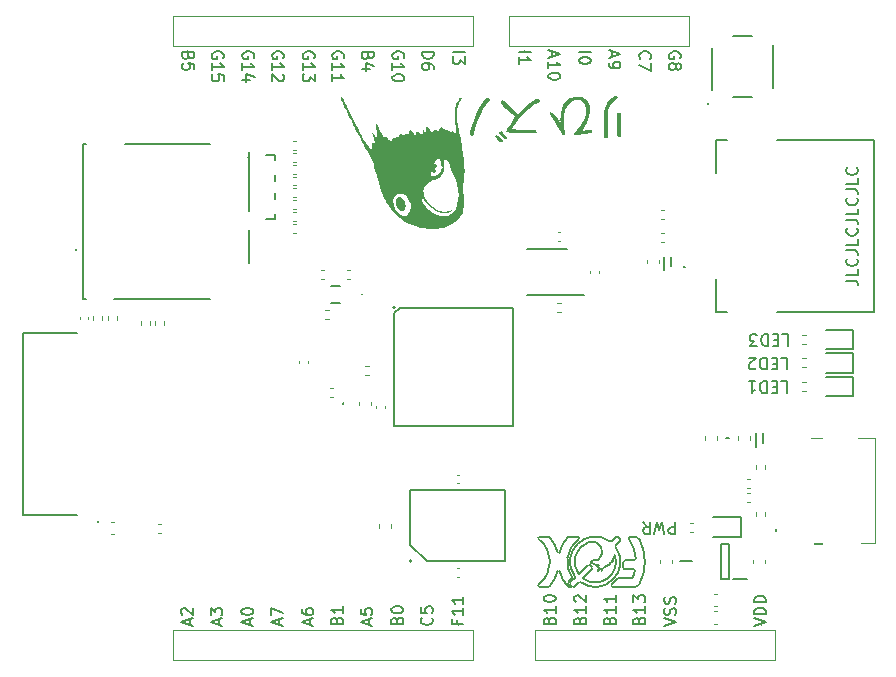
<source format=gbr>
%TF.GenerationSoftware,KiCad,Pcbnew,(6.0.10)*%
%TF.CreationDate,2023-06-21T21:11:03+02:00*%
%TF.ProjectId,FOX-PDA-v1,464f582d-5044-4412-9d76-312e6b696361,rev?*%
%TF.SameCoordinates,Original*%
%TF.FileFunction,Legend,Top*%
%TF.FilePolarity,Positive*%
%FSLAX46Y46*%
G04 Gerber Fmt 4.6, Leading zero omitted, Abs format (unit mm)*
G04 Created by KiCad (PCBNEW (6.0.10)) date 2023-06-21 21:11:03*
%MOMM*%
%LPD*%
G01*
G04 APERTURE LIST*
%ADD10C,0.150000*%
%ADD11C,0.200000*%
%ADD12C,0.300000*%
%ADD13C,0.120000*%
%ADD14C,0.100000*%
G04 APERTURE END LIST*
D10*
X159682132Y-114511162D02*
G75*
G03*
X159775314Y-114552818I93168J83362D01*
G01*
X159812070Y-114096724D02*
G75*
G03*
X159812108Y-114450315I176730J-176776D01*
G01*
X163768714Y-110316933D02*
X163403343Y-110682304D01*
X160254050Y-114538703D02*
X160619421Y-114173332D01*
X163242501Y-110695846D02*
G75*
G03*
X163403343Y-110682304I72399J102046D01*
G01*
X165210400Y-113724782D02*
G75*
G03*
X165374459Y-113205997I-3198700J1296882D01*
G01*
X165453582Y-112168423D02*
G75*
G03*
X164873293Y-110497710I-3442282J-259477D01*
G01*
X165414752Y-110302818D02*
X164976927Y-110302818D01*
X163468806Y-112405875D02*
G75*
G03*
X163525404Y-112313874I-994106J674975D01*
G01*
X159900497Y-114361927D02*
X160077273Y-114538703D01*
X160963414Y-113829340D02*
X161727205Y-113065548D01*
X162728029Y-112906013D02*
G75*
G03*
X162997052Y-112813316I-254529J1175413D01*
G01*
X160586369Y-110527801D02*
G75*
G03*
X160511382Y-110302818I-74969J100001D01*
G01*
X159812108Y-114096762D02*
X160087905Y-113820965D01*
X162936093Y-112759003D02*
G75*
G03*
X162997052Y-112813316I91207J41003D01*
G01*
X158140628Y-114511159D02*
G75*
G03*
X158838726Y-113202940I-2329328J2083359D01*
G01*
X160780259Y-114159796D02*
G75*
G03*
X163743401Y-111196666I1231141J1731996D01*
G01*
X159900459Y-114185111D02*
G75*
G03*
X159900497Y-114361927I88341J-88389D01*
G01*
X161727246Y-113065589D02*
G75*
G03*
X161727205Y-112888771I-88346J88389D01*
G01*
X162221605Y-112284807D02*
G75*
G03*
X162321244Y-112240636I-17705J174407D01*
G01*
X162285106Y-112795152D02*
X162145517Y-112680085D01*
X159775314Y-110302823D02*
G75*
G03*
X159682145Y-110344485I-14J-124977D01*
G01*
X163756862Y-111035823D02*
G75*
G03*
X163743401Y-111196666I88338J-88377D01*
G01*
X164976927Y-110302813D02*
G75*
G03*
X164873293Y-110497710I-27J-124987D01*
G01*
X158984038Y-113202940D02*
G75*
G03*
X158838726Y-113202940I-72656J-18603D01*
G01*
X163242563Y-110695758D02*
G75*
G03*
X160279363Y-113658970I-1231163J-1732042D01*
G01*
X161727205Y-112888771D02*
X161550429Y-112711995D01*
X160586377Y-110527812D02*
G75*
G03*
X160087905Y-113820965I1424923J-1899988D01*
G01*
X157311382Y-114552818D02*
X158047450Y-114552818D01*
X165094561Y-113802818D02*
X164011382Y-113802818D01*
X163626725Y-112072673D02*
G75*
G03*
X163668807Y-111866175I-1154325J342773D01*
G01*
X163436377Y-114327812D02*
G75*
G03*
X163911382Y-113852818I-1424377J1899412D01*
G01*
X158140643Y-110344464D02*
G75*
G03*
X158047450Y-110302818I-93143J-83336D01*
G01*
X163224693Y-112571663D02*
G75*
G03*
X163468807Y-112405876I-86893J390563D01*
G01*
X165748232Y-114349292D02*
G75*
G03*
X165748247Y-110506336I-3736932J1921492D01*
G01*
X157236369Y-114327801D02*
G75*
G03*
X157311382Y-114552818I75031J-99999D01*
G01*
X164122270Y-110670489D02*
G75*
G03*
X164122267Y-110493709I-88370J88389D01*
G01*
X163436369Y-114327801D02*
G75*
G03*
X163511382Y-114552818I75031J-99999D01*
G01*
X162250787Y-113185733D02*
G75*
G03*
X162488804Y-113016581I-105887J401033D01*
G01*
X157236365Y-114327795D02*
G75*
G03*
X157236382Y-110527818I-1425065J1899995D01*
G01*
X158984054Y-113202936D02*
G75*
G03*
X159682145Y-114511151I3027246J775036D01*
G01*
X161373652Y-112711995D02*
X160609860Y-113475786D01*
X164511382Y-112302882D02*
G75*
G03*
X164386382Y-112427818I-82J-124918D01*
G01*
X164338399Y-112902818D02*
G75*
G03*
X164386382Y-112427818I-2327299J475018D01*
G01*
X165374460Y-113205997D02*
G75*
G03*
X165252677Y-113052818I-121760J28197D01*
G01*
X161613964Y-112532697D02*
X161973005Y-112633372D01*
X160963443Y-113829301D02*
G75*
G03*
X163668807Y-111866175I1047957J1401501D01*
G01*
X158838726Y-111652696D02*
G75*
G03*
X158984038Y-111652696I72656J18603D01*
G01*
X161465274Y-110765223D02*
G75*
G03*
X160609860Y-113475786I546026J-1662577D01*
G01*
X162559136Y-113190825D02*
G75*
G03*
X162728030Y-112906016I-254536J343425D01*
G01*
X163511382Y-114552818D02*
X165414752Y-114552818D01*
X164122267Y-110493709D02*
X163945491Y-110316933D01*
X158838741Y-111652692D02*
G75*
G03*
X158140619Y-110344485I-3027441J-775208D01*
G01*
X157311382Y-110302775D02*
G75*
G03*
X157236382Y-110527818I18J-125025D01*
G01*
X159914611Y-114552818D02*
X159812108Y-114450315D01*
X165328910Y-112302808D02*
G75*
G03*
X165453556Y-112168425I-10J125008D01*
G01*
X162488793Y-113016584D02*
G75*
G03*
X162559108Y-113190787I701807J181984D01*
G01*
X161871788Y-112303936D02*
G75*
G03*
X161613964Y-112532697I2212J-262164D01*
G01*
X160780218Y-114159853D02*
G75*
G03*
X160619421Y-114173332I-72418J-101947D01*
G01*
X158047450Y-110302818D02*
X157311382Y-110302818D01*
X160265875Y-113819786D02*
G75*
G03*
X160279363Y-113658970I-88375J88386D01*
G01*
X159682138Y-110344478D02*
G75*
G03*
X158984038Y-111652696I2329062J-2083222D01*
G01*
X162145517Y-112680085D02*
X162305682Y-112733818D01*
X162305682Y-112733818D02*
X162285106Y-112795152D01*
X163224708Y-112571658D02*
G75*
G03*
X163299204Y-112605070I74592J66558D01*
G01*
X161550429Y-112711995D02*
G75*
G03*
X161373652Y-112711995I-88388J-88388D01*
G01*
X159775314Y-114552818D02*
X159914611Y-114552818D01*
X161871788Y-112303954D02*
G75*
G03*
X162221607Y-112284831I-31288J3781654D01*
G01*
X158047450Y-114552815D02*
G75*
G03*
X158140619Y-114511151I-50J125115D01*
G01*
X160265868Y-113819779D02*
X159900497Y-114185150D01*
X165748228Y-110506346D02*
G75*
G03*
X165414752Y-110302818I-333428J-171354D01*
G01*
X162321241Y-112240633D02*
G75*
G03*
X161465270Y-110765211I-583941J647233D01*
G01*
X165328910Y-112302818D02*
X164511382Y-112302818D01*
X163218808Y-112674509D02*
G75*
G03*
X163299204Y-112605070I-746208J945209D01*
G01*
X163444280Y-112304603D02*
G75*
G03*
X163525404Y-112313874I50920J86003D01*
G01*
X163756896Y-111035857D02*
X164122267Y-110670486D01*
X163945491Y-110316933D02*
G75*
G03*
X163768714Y-110316933I-88388J-88388D01*
G01*
X163444259Y-112304571D02*
G75*
G03*
X163626721Y-112072672I-200859J345771D01*
G01*
X160511382Y-110302818D02*
X159775314Y-110302818D01*
X160077273Y-114538703D02*
G75*
G03*
X160254050Y-114538703I88389J88388D01*
G01*
X164011382Y-113802796D02*
G75*
G03*
X163911382Y-113852818I18J-125004D01*
G01*
X162312487Y-112913530D02*
X162250786Y-113185730D01*
X162936073Y-112759033D02*
G75*
G03*
X163218807Y-112674507I34827J398633D01*
G01*
X165094561Y-113802800D02*
G75*
G03*
X165210402Y-113724783I-61J125100D01*
G01*
X164338403Y-112902819D02*
G75*
G03*
X164460872Y-113052818I122497J-24981D01*
G01*
X164460872Y-113052818D02*
X165252677Y-113052818D01*
X161972975Y-112633384D02*
G75*
G03*
X162312487Y-112913530I427825J172684D01*
G01*
X165414752Y-114552800D02*
G75*
G03*
X165748247Y-114349300I-52J375100D01*
G01*
D11*
X175452380Y-117874761D02*
X176452380Y-117541428D01*
X175452380Y-117208095D01*
X176452380Y-116874761D02*
X175452380Y-116874761D01*
X175452380Y-116636666D01*
X175500000Y-116493809D01*
X175595238Y-116398571D01*
X175690476Y-116350952D01*
X175880952Y-116303333D01*
X176023809Y-116303333D01*
X176214285Y-116350952D01*
X176309523Y-116398571D01*
X176404761Y-116493809D01*
X176452380Y-116636666D01*
X176452380Y-116874761D01*
X176452380Y-115874761D02*
X175452380Y-115874761D01*
X175452380Y-115636666D01*
X175500000Y-115493809D01*
X175595238Y-115398571D01*
X175690476Y-115350952D01*
X175880952Y-115303333D01*
X176023809Y-115303333D01*
X176214285Y-115350952D01*
X176309523Y-115398571D01*
X176404761Y-115493809D01*
X176452380Y-115636666D01*
X176452380Y-115874761D01*
X142771428Y-69601428D02*
X142723809Y-69744285D01*
X142676190Y-69791904D01*
X142580952Y-69839523D01*
X142438095Y-69839523D01*
X142342857Y-69791904D01*
X142295238Y-69744285D01*
X142247619Y-69649047D01*
X142247619Y-69268095D01*
X143247619Y-69268095D01*
X143247619Y-69601428D01*
X143200000Y-69696666D01*
X143152380Y-69744285D01*
X143057142Y-69791904D01*
X142961904Y-69791904D01*
X142866666Y-69744285D01*
X142819047Y-69696666D01*
X142771428Y-69601428D01*
X142771428Y-69268095D01*
X142914285Y-70696666D02*
X142247619Y-70696666D01*
X143295238Y-70458571D02*
X142580952Y-70220476D01*
X142580952Y-70839523D01*
X145228571Y-117398571D02*
X145276190Y-117255714D01*
X145323809Y-117208095D01*
X145419047Y-117160476D01*
X145561904Y-117160476D01*
X145657142Y-117208095D01*
X145704761Y-117255714D01*
X145752380Y-117350952D01*
X145752380Y-117731904D01*
X144752380Y-117731904D01*
X144752380Y-117398571D01*
X144800000Y-117303333D01*
X144847619Y-117255714D01*
X144942857Y-117208095D01*
X145038095Y-117208095D01*
X145133333Y-117255714D01*
X145180952Y-117303333D01*
X145228571Y-117398571D01*
X145228571Y-117731904D01*
X144752380Y-116541428D02*
X144752380Y-116446190D01*
X144800000Y-116350952D01*
X144847619Y-116303333D01*
X144942857Y-116255714D01*
X145133333Y-116208095D01*
X145371428Y-116208095D01*
X145561904Y-116255714D01*
X145657142Y-116303333D01*
X145704761Y-116350952D01*
X145752380Y-116446190D01*
X145752380Y-116541428D01*
X145704761Y-116636666D01*
X145657142Y-116684285D01*
X145561904Y-116731904D01*
X145371428Y-116779523D01*
X145133333Y-116779523D01*
X144942857Y-116731904D01*
X144847619Y-116684285D01*
X144800000Y-116636666D01*
X144752380Y-116541428D01*
X149947619Y-69268095D02*
X150947619Y-69268095D01*
X150947619Y-69649047D02*
X150947619Y-70268095D01*
X150566666Y-69934761D01*
X150566666Y-70077619D01*
X150519047Y-70172857D01*
X150471428Y-70220476D01*
X150376190Y-70268095D01*
X150138095Y-70268095D01*
X150042857Y-70220476D01*
X149995238Y-70172857D01*
X149947619Y-70077619D01*
X149947619Y-69791904D01*
X149995238Y-69696666D01*
X150042857Y-69649047D01*
X135266666Y-117779523D02*
X135266666Y-117303333D01*
X135552380Y-117874761D02*
X134552380Y-117541428D01*
X135552380Y-117208095D01*
X134552380Y-116970000D02*
X134552380Y-116303333D01*
X135552380Y-116731904D01*
X133100000Y-69791904D02*
X133147619Y-69696666D01*
X133147619Y-69553809D01*
X133100000Y-69410952D01*
X133004761Y-69315714D01*
X132909523Y-69268095D01*
X132719047Y-69220476D01*
X132576190Y-69220476D01*
X132385714Y-69268095D01*
X132290476Y-69315714D01*
X132195238Y-69410952D01*
X132147619Y-69553809D01*
X132147619Y-69649047D01*
X132195238Y-69791904D01*
X132242857Y-69839523D01*
X132576190Y-69839523D01*
X132576190Y-69649047D01*
X132147619Y-70791904D02*
X132147619Y-70220476D01*
X132147619Y-70506190D02*
X133147619Y-70506190D01*
X133004761Y-70410952D01*
X132909523Y-70315714D01*
X132861904Y-70220476D01*
X132814285Y-71649047D02*
X132147619Y-71649047D01*
X133195238Y-71410952D02*
X132480952Y-71172857D01*
X132480952Y-71791904D01*
X177755714Y-95147619D02*
X178231904Y-95147619D01*
X178231904Y-96147619D01*
X177422380Y-95671428D02*
X177089047Y-95671428D01*
X176946190Y-95147619D02*
X177422380Y-95147619D01*
X177422380Y-96147619D01*
X176946190Y-96147619D01*
X176517619Y-95147619D02*
X176517619Y-96147619D01*
X176279523Y-96147619D01*
X176136666Y-96100000D01*
X176041428Y-96004761D01*
X175993809Y-95909523D01*
X175946190Y-95719047D01*
X175946190Y-95576190D01*
X175993809Y-95385714D01*
X176041428Y-95290476D01*
X176136666Y-95195238D01*
X176279523Y-95147619D01*
X176517619Y-95147619D01*
X175565238Y-96052380D02*
X175517619Y-96100000D01*
X175422380Y-96147619D01*
X175184285Y-96147619D01*
X175089047Y-96100000D01*
X175041428Y-96052380D01*
X174993809Y-95957142D01*
X174993809Y-95861904D01*
X175041428Y-95719047D01*
X175612857Y-95147619D01*
X174993809Y-95147619D01*
X183252380Y-88619047D02*
X183966666Y-88619047D01*
X184109523Y-88666666D01*
X184204761Y-88761904D01*
X184252380Y-88904761D01*
X184252380Y-89000000D01*
X184252380Y-87666666D02*
X184252380Y-88142857D01*
X183252380Y-88142857D01*
X184157142Y-86761904D02*
X184204761Y-86809523D01*
X184252380Y-86952380D01*
X184252380Y-87047619D01*
X184204761Y-87190476D01*
X184109523Y-87285714D01*
X184014285Y-87333333D01*
X183823809Y-87380952D01*
X183680952Y-87380952D01*
X183490476Y-87333333D01*
X183395238Y-87285714D01*
X183300000Y-87190476D01*
X183252380Y-87047619D01*
X183252380Y-86952380D01*
X183300000Y-86809523D01*
X183347619Y-86761904D01*
X183252380Y-86047619D02*
X183966666Y-86047619D01*
X184109523Y-86095238D01*
X184204761Y-86190476D01*
X184252380Y-86333333D01*
X184252380Y-86428571D01*
X184252380Y-85095238D02*
X184252380Y-85571428D01*
X183252380Y-85571428D01*
X184157142Y-84190476D02*
X184204761Y-84238095D01*
X184252380Y-84380952D01*
X184252380Y-84476190D01*
X184204761Y-84619047D01*
X184109523Y-84714285D01*
X184014285Y-84761904D01*
X183823809Y-84809523D01*
X183680952Y-84809523D01*
X183490476Y-84761904D01*
X183395238Y-84714285D01*
X183300000Y-84619047D01*
X183252380Y-84476190D01*
X183252380Y-84380952D01*
X183300000Y-84238095D01*
X183347619Y-84190476D01*
X183252380Y-83476190D02*
X183966666Y-83476190D01*
X184109523Y-83523809D01*
X184204761Y-83619047D01*
X184252380Y-83761904D01*
X184252380Y-83857142D01*
X184252380Y-82523809D02*
X184252380Y-83000000D01*
X183252380Y-83000000D01*
X184157142Y-81619047D02*
X184204761Y-81666666D01*
X184252380Y-81809523D01*
X184252380Y-81904761D01*
X184204761Y-82047619D01*
X184109523Y-82142857D01*
X184014285Y-82190476D01*
X183823809Y-82238095D01*
X183680952Y-82238095D01*
X183490476Y-82190476D01*
X183395238Y-82142857D01*
X183300000Y-82047619D01*
X183252380Y-81904761D01*
X183252380Y-81809523D01*
X183300000Y-81666666D01*
X183347619Y-81619047D01*
X183252380Y-80904761D02*
X183966666Y-80904761D01*
X184109523Y-80952380D01*
X184204761Y-81047619D01*
X184252380Y-81190476D01*
X184252380Y-81285714D01*
X184252380Y-79952380D02*
X184252380Y-80428571D01*
X183252380Y-80428571D01*
X184157142Y-79047619D02*
X184204761Y-79095238D01*
X184252380Y-79238095D01*
X184252380Y-79333333D01*
X184204761Y-79476190D01*
X184109523Y-79571428D01*
X184014285Y-79619047D01*
X183823809Y-79666666D01*
X183680952Y-79666666D01*
X183490476Y-79619047D01*
X183395238Y-79571428D01*
X183300000Y-79476190D01*
X183252380Y-79333333D01*
X183252380Y-79238095D01*
X183300000Y-79095238D01*
X183347619Y-79047619D01*
X145800000Y-69791904D02*
X145847619Y-69696666D01*
X145847619Y-69553809D01*
X145800000Y-69410952D01*
X145704761Y-69315714D01*
X145609523Y-69268095D01*
X145419047Y-69220476D01*
X145276190Y-69220476D01*
X145085714Y-69268095D01*
X144990476Y-69315714D01*
X144895238Y-69410952D01*
X144847619Y-69553809D01*
X144847619Y-69649047D01*
X144895238Y-69791904D01*
X144942857Y-69839523D01*
X145276190Y-69839523D01*
X145276190Y-69649047D01*
X144847619Y-70791904D02*
X144847619Y-70220476D01*
X144847619Y-70506190D02*
X145847619Y-70506190D01*
X145704761Y-70410952D01*
X145609523Y-70315714D01*
X145561904Y-70220476D01*
X145847619Y-71410952D02*
X145847619Y-71506190D01*
X145800000Y-71601428D01*
X145752380Y-71649047D01*
X145657142Y-71696666D01*
X145466666Y-71744285D01*
X145228571Y-71744285D01*
X145038095Y-71696666D01*
X144942857Y-71649047D01*
X144895238Y-71601428D01*
X144847619Y-71506190D01*
X144847619Y-71410952D01*
X144895238Y-71315714D01*
X144942857Y-71268095D01*
X145038095Y-71220476D01*
X145228571Y-71172857D01*
X145466666Y-71172857D01*
X145657142Y-71220476D01*
X145752380Y-71268095D01*
X145800000Y-71315714D01*
X145847619Y-71410952D01*
X127571428Y-69601428D02*
X127523809Y-69744285D01*
X127476190Y-69791904D01*
X127380952Y-69839523D01*
X127238095Y-69839523D01*
X127142857Y-69791904D01*
X127095238Y-69744285D01*
X127047619Y-69649047D01*
X127047619Y-69268095D01*
X128047619Y-69268095D01*
X128047619Y-69601428D01*
X128000000Y-69696666D01*
X127952380Y-69744285D01*
X127857142Y-69791904D01*
X127761904Y-69791904D01*
X127666666Y-69744285D01*
X127619047Y-69696666D01*
X127571428Y-69601428D01*
X127571428Y-69268095D01*
X128047619Y-70744285D02*
X128047619Y-70268095D01*
X127571428Y-70220476D01*
X127619047Y-70268095D01*
X127666666Y-70363333D01*
X127666666Y-70601428D01*
X127619047Y-70696666D01*
X127571428Y-70744285D01*
X127476190Y-70791904D01*
X127238095Y-70791904D01*
X127142857Y-70744285D01*
X127095238Y-70696666D01*
X127047619Y-70601428D01*
X127047619Y-70363333D01*
X127095238Y-70268095D01*
X127142857Y-70220476D01*
X163228571Y-117398571D02*
X163276190Y-117255714D01*
X163323809Y-117208095D01*
X163419047Y-117160476D01*
X163561904Y-117160476D01*
X163657142Y-117208095D01*
X163704761Y-117255714D01*
X163752380Y-117350952D01*
X163752380Y-117731904D01*
X162752380Y-117731904D01*
X162752380Y-117398571D01*
X162800000Y-117303333D01*
X162847619Y-117255714D01*
X162942857Y-117208095D01*
X163038095Y-117208095D01*
X163133333Y-117255714D01*
X163180952Y-117303333D01*
X163228571Y-117398571D01*
X163228571Y-117731904D01*
X163752380Y-116208095D02*
X163752380Y-116779523D01*
X163752380Y-116493809D02*
X162752380Y-116493809D01*
X162895238Y-116589047D01*
X162990476Y-116684285D01*
X163038095Y-116779523D01*
X163752380Y-115255714D02*
X163752380Y-115827142D01*
X163752380Y-115541428D02*
X162752380Y-115541428D01*
X162895238Y-115636666D01*
X162990476Y-115731904D01*
X163038095Y-115827142D01*
X160647619Y-69268095D02*
X161647619Y-69268095D01*
X161647619Y-69934761D02*
X161647619Y-70030000D01*
X161600000Y-70125238D01*
X161552380Y-70172857D01*
X161457142Y-70220476D01*
X161266666Y-70268095D01*
X161028571Y-70268095D01*
X160838095Y-70220476D01*
X160742857Y-70172857D01*
X160695238Y-70125238D01*
X160647619Y-70030000D01*
X160647619Y-69934761D01*
X160695238Y-69839523D01*
X160742857Y-69791904D01*
X160838095Y-69744285D01*
X161028571Y-69696666D01*
X161266666Y-69696666D01*
X161457142Y-69744285D01*
X161552380Y-69791904D01*
X161600000Y-69839523D01*
X161647619Y-69934761D01*
X135600000Y-69791904D02*
X135647619Y-69696666D01*
X135647619Y-69553809D01*
X135600000Y-69410952D01*
X135504761Y-69315714D01*
X135409523Y-69268095D01*
X135219047Y-69220476D01*
X135076190Y-69220476D01*
X134885714Y-69268095D01*
X134790476Y-69315714D01*
X134695238Y-69410952D01*
X134647619Y-69553809D01*
X134647619Y-69649047D01*
X134695238Y-69791904D01*
X134742857Y-69839523D01*
X135076190Y-69839523D01*
X135076190Y-69649047D01*
X134647619Y-70791904D02*
X134647619Y-70220476D01*
X134647619Y-70506190D02*
X135647619Y-70506190D01*
X135504761Y-70410952D01*
X135409523Y-70315714D01*
X135361904Y-70220476D01*
X135552380Y-71172857D02*
X135600000Y-71220476D01*
X135647619Y-71315714D01*
X135647619Y-71553809D01*
X135600000Y-71649047D01*
X135552380Y-71696666D01*
X135457142Y-71744285D01*
X135361904Y-71744285D01*
X135219047Y-71696666D01*
X134647619Y-71125238D01*
X134647619Y-71744285D01*
X165842857Y-69839523D02*
X165795238Y-69791904D01*
X165747619Y-69649047D01*
X165747619Y-69553809D01*
X165795238Y-69410952D01*
X165890476Y-69315714D01*
X165985714Y-69268095D01*
X166176190Y-69220476D01*
X166319047Y-69220476D01*
X166509523Y-69268095D01*
X166604761Y-69315714D01*
X166700000Y-69410952D01*
X166747619Y-69553809D01*
X166747619Y-69649047D01*
X166700000Y-69791904D01*
X166652380Y-69839523D01*
X166747619Y-70172857D02*
X166747619Y-70839523D01*
X165747619Y-70410952D01*
X177855714Y-93147619D02*
X178331904Y-93147619D01*
X178331904Y-94147619D01*
X177522380Y-93671428D02*
X177189047Y-93671428D01*
X177046190Y-93147619D02*
X177522380Y-93147619D01*
X177522380Y-94147619D01*
X177046190Y-94147619D01*
X176617619Y-93147619D02*
X176617619Y-94147619D01*
X176379523Y-94147619D01*
X176236666Y-94100000D01*
X176141428Y-94004761D01*
X176093809Y-93909523D01*
X176046190Y-93719047D01*
X176046190Y-93576190D01*
X176093809Y-93385714D01*
X176141428Y-93290476D01*
X176236666Y-93195238D01*
X176379523Y-93147619D01*
X176617619Y-93147619D01*
X175712857Y-94147619D02*
X175093809Y-94147619D01*
X175427142Y-93766666D01*
X175284285Y-93766666D01*
X175189047Y-93719047D01*
X175141428Y-93671428D01*
X175093809Y-93576190D01*
X175093809Y-93338095D01*
X175141428Y-93242857D01*
X175189047Y-93195238D01*
X175284285Y-93147619D01*
X175570000Y-93147619D01*
X175665238Y-93195238D01*
X175712857Y-93242857D01*
X167852380Y-117874761D02*
X168852380Y-117541428D01*
X167852380Y-117208095D01*
X168804761Y-116922380D02*
X168852380Y-116779523D01*
X168852380Y-116541428D01*
X168804761Y-116446190D01*
X168757142Y-116398571D01*
X168661904Y-116350952D01*
X168566666Y-116350952D01*
X168471428Y-116398571D01*
X168423809Y-116446190D01*
X168376190Y-116541428D01*
X168328571Y-116731904D01*
X168280952Y-116827142D01*
X168233333Y-116874761D01*
X168138095Y-116922380D01*
X168042857Y-116922380D01*
X167947619Y-116874761D01*
X167900000Y-116827142D01*
X167852380Y-116731904D01*
X167852380Y-116493809D01*
X167900000Y-116350952D01*
X168804761Y-115970000D02*
X168852380Y-115827142D01*
X168852380Y-115589047D01*
X168804761Y-115493809D01*
X168757142Y-115446190D01*
X168661904Y-115398571D01*
X168566666Y-115398571D01*
X168471428Y-115446190D01*
X168423809Y-115493809D01*
X168376190Y-115589047D01*
X168328571Y-115779523D01*
X168280952Y-115874761D01*
X168233333Y-115922380D01*
X168138095Y-115970000D01*
X168042857Y-115970000D01*
X167947619Y-115922380D01*
X167900000Y-115874761D01*
X167852380Y-115779523D01*
X167852380Y-115541428D01*
X167900000Y-115398571D01*
X140128571Y-117398571D02*
X140176190Y-117255714D01*
X140223809Y-117208095D01*
X140319047Y-117160476D01*
X140461904Y-117160476D01*
X140557142Y-117208095D01*
X140604761Y-117255714D01*
X140652380Y-117350952D01*
X140652380Y-117731904D01*
X139652380Y-117731904D01*
X139652380Y-117398571D01*
X139700000Y-117303333D01*
X139747619Y-117255714D01*
X139842857Y-117208095D01*
X139938095Y-117208095D01*
X140033333Y-117255714D01*
X140080952Y-117303333D01*
X140128571Y-117398571D01*
X140128571Y-117731904D01*
X140652380Y-116208095D02*
X140652380Y-116779523D01*
X140652380Y-116493809D02*
X139652380Y-116493809D01*
X139795238Y-116589047D01*
X139890476Y-116684285D01*
X139938095Y-116779523D01*
X158128571Y-117398571D02*
X158176190Y-117255714D01*
X158223809Y-117208095D01*
X158319047Y-117160476D01*
X158461904Y-117160476D01*
X158557142Y-117208095D01*
X158604761Y-117255714D01*
X158652380Y-117350952D01*
X158652380Y-117731904D01*
X157652380Y-117731904D01*
X157652380Y-117398571D01*
X157700000Y-117303333D01*
X157747619Y-117255714D01*
X157842857Y-117208095D01*
X157938095Y-117208095D01*
X158033333Y-117255714D01*
X158080952Y-117303333D01*
X158128571Y-117398571D01*
X158128571Y-117731904D01*
X158652380Y-116208095D02*
X158652380Y-116779523D01*
X158652380Y-116493809D02*
X157652380Y-116493809D01*
X157795238Y-116589047D01*
X157890476Y-116684285D01*
X157938095Y-116779523D01*
X157652380Y-115589047D02*
X157652380Y-115493809D01*
X157700000Y-115398571D01*
X157747619Y-115350952D01*
X157842857Y-115303333D01*
X158033333Y-115255714D01*
X158271428Y-115255714D01*
X158461904Y-115303333D01*
X158557142Y-115350952D01*
X158604761Y-115398571D01*
X158652380Y-115493809D01*
X158652380Y-115589047D01*
X158604761Y-115684285D01*
X158557142Y-115731904D01*
X158461904Y-115779523D01*
X158271428Y-115827142D01*
X158033333Y-115827142D01*
X157842857Y-115779523D01*
X157747619Y-115731904D01*
X157700000Y-115684285D01*
X157652380Y-115589047D01*
X168781904Y-109047619D02*
X168781904Y-110047619D01*
X168400952Y-110047619D01*
X168305714Y-110000000D01*
X168258095Y-109952380D01*
X168210476Y-109857142D01*
X168210476Y-109714285D01*
X168258095Y-109619047D01*
X168305714Y-109571428D01*
X168400952Y-109523809D01*
X168781904Y-109523809D01*
X167877142Y-110047619D02*
X167639047Y-109047619D01*
X167448571Y-109761904D01*
X167258095Y-109047619D01*
X167020000Y-110047619D01*
X166067619Y-109047619D02*
X166400952Y-109523809D01*
X166639047Y-109047619D02*
X166639047Y-110047619D01*
X166258095Y-110047619D01*
X166162857Y-110000000D01*
X166115238Y-109952380D01*
X166067619Y-109857142D01*
X166067619Y-109714285D01*
X166115238Y-109619047D01*
X166162857Y-109571428D01*
X166258095Y-109523809D01*
X166639047Y-109523809D01*
X140700000Y-69791904D02*
X140747619Y-69696666D01*
X140747619Y-69553809D01*
X140700000Y-69410952D01*
X140604761Y-69315714D01*
X140509523Y-69268095D01*
X140319047Y-69220476D01*
X140176190Y-69220476D01*
X139985714Y-69268095D01*
X139890476Y-69315714D01*
X139795238Y-69410952D01*
X139747619Y-69553809D01*
X139747619Y-69649047D01*
X139795238Y-69791904D01*
X139842857Y-69839523D01*
X140176190Y-69839523D01*
X140176190Y-69649047D01*
X139747619Y-70791904D02*
X139747619Y-70220476D01*
X139747619Y-70506190D02*
X140747619Y-70506190D01*
X140604761Y-70410952D01*
X140509523Y-70315714D01*
X140461904Y-70220476D01*
X139747619Y-71744285D02*
X139747619Y-71172857D01*
X139747619Y-71458571D02*
X140747619Y-71458571D01*
X140604761Y-71363333D01*
X140509523Y-71268095D01*
X140461904Y-71172857D01*
X147347619Y-69268095D02*
X148347619Y-69268095D01*
X148347619Y-69506190D01*
X148300000Y-69649047D01*
X148204761Y-69744285D01*
X148109523Y-69791904D01*
X147919047Y-69839523D01*
X147776190Y-69839523D01*
X147585714Y-69791904D01*
X147490476Y-69744285D01*
X147395238Y-69649047D01*
X147347619Y-69506190D01*
X147347619Y-69268095D01*
X148347619Y-70696666D02*
X148347619Y-70506190D01*
X148300000Y-70410952D01*
X148252380Y-70363333D01*
X148109523Y-70268095D01*
X147919047Y-70220476D01*
X147538095Y-70220476D01*
X147442857Y-70268095D01*
X147395238Y-70315714D01*
X147347619Y-70410952D01*
X147347619Y-70601428D01*
X147395238Y-70696666D01*
X147442857Y-70744285D01*
X147538095Y-70791904D01*
X147776190Y-70791904D01*
X147871428Y-70744285D01*
X147919047Y-70696666D01*
X147966666Y-70601428D01*
X147966666Y-70410952D01*
X147919047Y-70315714D01*
X147871428Y-70268095D01*
X147776190Y-70220476D01*
X155547619Y-69268095D02*
X156547619Y-69268095D01*
X155547619Y-70268095D02*
X155547619Y-69696666D01*
X155547619Y-69982380D02*
X156547619Y-69982380D01*
X156404761Y-69887142D01*
X156309523Y-69791904D01*
X156261904Y-69696666D01*
X130166666Y-117779523D02*
X130166666Y-117303333D01*
X130452380Y-117874761D02*
X129452380Y-117541428D01*
X130452380Y-117208095D01*
X129452380Y-116970000D02*
X129452380Y-116350952D01*
X129833333Y-116684285D01*
X129833333Y-116541428D01*
X129880952Y-116446190D01*
X129928571Y-116398571D01*
X130023809Y-116350952D01*
X130261904Y-116350952D01*
X130357142Y-116398571D01*
X130404761Y-116446190D01*
X130452380Y-116541428D01*
X130452380Y-116827142D01*
X130404761Y-116922380D01*
X130357142Y-116970000D01*
X158333333Y-69220476D02*
X158333333Y-69696666D01*
X158047619Y-69125238D02*
X159047619Y-69458571D01*
X158047619Y-69791904D01*
X158047619Y-70649047D02*
X158047619Y-70077619D01*
X158047619Y-70363333D02*
X159047619Y-70363333D01*
X158904761Y-70268095D01*
X158809523Y-70172857D01*
X158761904Y-70077619D01*
X159047619Y-71268095D02*
X159047619Y-71363333D01*
X159000000Y-71458571D01*
X158952380Y-71506190D01*
X158857142Y-71553809D01*
X158666666Y-71601428D01*
X158428571Y-71601428D01*
X158238095Y-71553809D01*
X158142857Y-71506190D01*
X158095238Y-71458571D01*
X158047619Y-71363333D01*
X158047619Y-71268095D01*
X158095238Y-71172857D01*
X158142857Y-71125238D01*
X158238095Y-71077619D01*
X158428571Y-71030000D01*
X158666666Y-71030000D01*
X158857142Y-71077619D01*
X158952380Y-71125238D01*
X159000000Y-71172857D01*
X159047619Y-71268095D01*
X163433333Y-69220476D02*
X163433333Y-69696666D01*
X163147619Y-69125238D02*
X164147619Y-69458571D01*
X163147619Y-69791904D01*
X163147619Y-70172857D02*
X163147619Y-70363333D01*
X163195238Y-70458571D01*
X163242857Y-70506190D01*
X163385714Y-70601428D01*
X163576190Y-70649047D01*
X163957142Y-70649047D01*
X164052380Y-70601428D01*
X164100000Y-70553809D01*
X164147619Y-70458571D01*
X164147619Y-70268095D01*
X164100000Y-70172857D01*
X164052380Y-70125238D01*
X163957142Y-70077619D01*
X163719047Y-70077619D01*
X163623809Y-70125238D01*
X163576190Y-70172857D01*
X163528571Y-70268095D01*
X163528571Y-70458571D01*
X163576190Y-70553809D01*
X163623809Y-70601428D01*
X163719047Y-70649047D01*
X150328571Y-117398571D02*
X150328571Y-117731904D01*
X150852380Y-117731904D02*
X149852380Y-117731904D01*
X149852380Y-117255714D01*
X150852380Y-116350952D02*
X150852380Y-116922380D01*
X150852380Y-116636666D02*
X149852380Y-116636666D01*
X149995238Y-116731904D01*
X150090476Y-116827142D01*
X150138095Y-116922380D01*
X150852380Y-115398571D02*
X150852380Y-115970000D01*
X150852380Y-115684285D02*
X149852380Y-115684285D01*
X149995238Y-115779523D01*
X150090476Y-115874761D01*
X150138095Y-115970000D01*
X177755714Y-97147619D02*
X178231904Y-97147619D01*
X178231904Y-98147619D01*
X177422380Y-97671428D02*
X177089047Y-97671428D01*
X176946190Y-97147619D02*
X177422380Y-97147619D01*
X177422380Y-98147619D01*
X176946190Y-98147619D01*
X176517619Y-97147619D02*
X176517619Y-98147619D01*
X176279523Y-98147619D01*
X176136666Y-98100000D01*
X176041428Y-98004761D01*
X175993809Y-97909523D01*
X175946190Y-97719047D01*
X175946190Y-97576190D01*
X175993809Y-97385714D01*
X176041428Y-97290476D01*
X176136666Y-97195238D01*
X176279523Y-97147619D01*
X176517619Y-97147619D01*
X174993809Y-97147619D02*
X175565238Y-97147619D01*
X175279523Y-97147619D02*
X175279523Y-98147619D01*
X175374761Y-98004761D01*
X175470000Y-97909523D01*
X175565238Y-97861904D01*
X148157142Y-117160476D02*
X148204761Y-117208095D01*
X148252380Y-117350952D01*
X148252380Y-117446190D01*
X148204761Y-117589047D01*
X148109523Y-117684285D01*
X148014285Y-117731904D01*
X147823809Y-117779523D01*
X147680952Y-117779523D01*
X147490476Y-117731904D01*
X147395238Y-117684285D01*
X147300000Y-117589047D01*
X147252380Y-117446190D01*
X147252380Y-117350952D01*
X147300000Y-117208095D01*
X147347619Y-117160476D01*
X147252380Y-116255714D02*
X147252380Y-116731904D01*
X147728571Y-116779523D01*
X147680952Y-116731904D01*
X147633333Y-116636666D01*
X147633333Y-116398571D01*
X147680952Y-116303333D01*
X147728571Y-116255714D01*
X147823809Y-116208095D01*
X148061904Y-116208095D01*
X148157142Y-116255714D01*
X148204761Y-116303333D01*
X148252380Y-116398571D01*
X148252380Y-116636666D01*
X148204761Y-116731904D01*
X148157142Y-116779523D01*
X169200000Y-69791904D02*
X169247619Y-69696666D01*
X169247619Y-69553809D01*
X169200000Y-69410952D01*
X169104761Y-69315714D01*
X169009523Y-69268095D01*
X168819047Y-69220476D01*
X168676190Y-69220476D01*
X168485714Y-69268095D01*
X168390476Y-69315714D01*
X168295238Y-69410952D01*
X168247619Y-69553809D01*
X168247619Y-69649047D01*
X168295238Y-69791904D01*
X168342857Y-69839523D01*
X168676190Y-69839523D01*
X168676190Y-69649047D01*
X168819047Y-70410952D02*
X168866666Y-70315714D01*
X168914285Y-70268095D01*
X169009523Y-70220476D01*
X169057142Y-70220476D01*
X169152380Y-70268095D01*
X169200000Y-70315714D01*
X169247619Y-70410952D01*
X169247619Y-70601428D01*
X169200000Y-70696666D01*
X169152380Y-70744285D01*
X169057142Y-70791904D01*
X169009523Y-70791904D01*
X168914285Y-70744285D01*
X168866666Y-70696666D01*
X168819047Y-70601428D01*
X168819047Y-70410952D01*
X168771428Y-70315714D01*
X168723809Y-70268095D01*
X168628571Y-70220476D01*
X168438095Y-70220476D01*
X168342857Y-70268095D01*
X168295238Y-70315714D01*
X168247619Y-70410952D01*
X168247619Y-70601428D01*
X168295238Y-70696666D01*
X168342857Y-70744285D01*
X168438095Y-70791904D01*
X168628571Y-70791904D01*
X168723809Y-70744285D01*
X168771428Y-70696666D01*
X168819047Y-70601428D01*
X138200000Y-69791904D02*
X138247619Y-69696666D01*
X138247619Y-69553809D01*
X138200000Y-69410952D01*
X138104761Y-69315714D01*
X138009523Y-69268095D01*
X137819047Y-69220476D01*
X137676190Y-69220476D01*
X137485714Y-69268095D01*
X137390476Y-69315714D01*
X137295238Y-69410952D01*
X137247619Y-69553809D01*
X137247619Y-69649047D01*
X137295238Y-69791904D01*
X137342857Y-69839523D01*
X137676190Y-69839523D01*
X137676190Y-69649047D01*
X137247619Y-70791904D02*
X137247619Y-70220476D01*
X137247619Y-70506190D02*
X138247619Y-70506190D01*
X138104761Y-70410952D01*
X138009523Y-70315714D01*
X137961904Y-70220476D01*
X138247619Y-71125238D02*
X138247619Y-71744285D01*
X137866666Y-71410952D01*
X137866666Y-71553809D01*
X137819047Y-71649047D01*
X137771428Y-71696666D01*
X137676190Y-71744285D01*
X137438095Y-71744285D01*
X137342857Y-71696666D01*
X137295238Y-71649047D01*
X137247619Y-71553809D01*
X137247619Y-71268095D01*
X137295238Y-71172857D01*
X137342857Y-71125238D01*
X142866666Y-117779523D02*
X142866666Y-117303333D01*
X143152380Y-117874761D02*
X142152380Y-117541428D01*
X143152380Y-117208095D01*
X142152380Y-116398571D02*
X142152380Y-116874761D01*
X142628571Y-116922380D01*
X142580952Y-116874761D01*
X142533333Y-116779523D01*
X142533333Y-116541428D01*
X142580952Y-116446190D01*
X142628571Y-116398571D01*
X142723809Y-116350952D01*
X142961904Y-116350952D01*
X143057142Y-116398571D01*
X143104761Y-116446190D01*
X143152380Y-116541428D01*
X143152380Y-116779523D01*
X143104761Y-116874761D01*
X143057142Y-116922380D01*
X137866666Y-117779523D02*
X137866666Y-117303333D01*
X138152380Y-117874761D02*
X137152380Y-117541428D01*
X138152380Y-117208095D01*
X137152380Y-116446190D02*
X137152380Y-116636666D01*
X137200000Y-116731904D01*
X137247619Y-116779523D01*
X137390476Y-116874761D01*
X137580952Y-116922380D01*
X137961904Y-116922380D01*
X138057142Y-116874761D01*
X138104761Y-116827142D01*
X138152380Y-116731904D01*
X138152380Y-116541428D01*
X138104761Y-116446190D01*
X138057142Y-116398571D01*
X137961904Y-116350952D01*
X137723809Y-116350952D01*
X137628571Y-116398571D01*
X137580952Y-116446190D01*
X137533333Y-116541428D01*
X137533333Y-116731904D01*
X137580952Y-116827142D01*
X137628571Y-116874761D01*
X137723809Y-116922380D01*
X127666666Y-117779523D02*
X127666666Y-117303333D01*
X127952380Y-117874761D02*
X126952380Y-117541428D01*
X127952380Y-117208095D01*
X127047619Y-116922380D02*
X127000000Y-116874761D01*
X126952380Y-116779523D01*
X126952380Y-116541428D01*
X127000000Y-116446190D01*
X127047619Y-116398571D01*
X127142857Y-116350952D01*
X127238095Y-116350952D01*
X127380952Y-116398571D01*
X127952380Y-116970000D01*
X127952380Y-116350952D01*
X160728571Y-117398571D02*
X160776190Y-117255714D01*
X160823809Y-117208095D01*
X160919047Y-117160476D01*
X161061904Y-117160476D01*
X161157142Y-117208095D01*
X161204761Y-117255714D01*
X161252380Y-117350952D01*
X161252380Y-117731904D01*
X160252380Y-117731904D01*
X160252380Y-117398571D01*
X160300000Y-117303333D01*
X160347619Y-117255714D01*
X160442857Y-117208095D01*
X160538095Y-117208095D01*
X160633333Y-117255714D01*
X160680952Y-117303333D01*
X160728571Y-117398571D01*
X160728571Y-117731904D01*
X161252380Y-116208095D02*
X161252380Y-116779523D01*
X161252380Y-116493809D02*
X160252380Y-116493809D01*
X160395238Y-116589047D01*
X160490476Y-116684285D01*
X160538095Y-116779523D01*
X160347619Y-115827142D02*
X160300000Y-115779523D01*
X160252380Y-115684285D01*
X160252380Y-115446190D01*
X160300000Y-115350952D01*
X160347619Y-115303333D01*
X160442857Y-115255714D01*
X160538095Y-115255714D01*
X160680952Y-115303333D01*
X161252380Y-115874761D01*
X161252380Y-115255714D01*
X132766666Y-117779523D02*
X132766666Y-117303333D01*
X133052380Y-117874761D02*
X132052380Y-117541428D01*
X133052380Y-117208095D01*
X132052380Y-116684285D02*
X132052380Y-116589047D01*
X132100000Y-116493809D01*
X132147619Y-116446190D01*
X132242857Y-116398571D01*
X132433333Y-116350952D01*
X132671428Y-116350952D01*
X132861904Y-116398571D01*
X132957142Y-116446190D01*
X133004761Y-116493809D01*
X133052380Y-116589047D01*
X133052380Y-116684285D01*
X133004761Y-116779523D01*
X132957142Y-116827142D01*
X132861904Y-116874761D01*
X132671428Y-116922380D01*
X132433333Y-116922380D01*
X132242857Y-116874761D01*
X132147619Y-116827142D01*
X132100000Y-116779523D01*
X132052380Y-116684285D01*
X165728571Y-117398571D02*
X165776190Y-117255714D01*
X165823809Y-117208095D01*
X165919047Y-117160476D01*
X166061904Y-117160476D01*
X166157142Y-117208095D01*
X166204761Y-117255714D01*
X166252380Y-117350952D01*
X166252380Y-117731904D01*
X165252380Y-117731904D01*
X165252380Y-117398571D01*
X165300000Y-117303333D01*
X165347619Y-117255714D01*
X165442857Y-117208095D01*
X165538095Y-117208095D01*
X165633333Y-117255714D01*
X165680952Y-117303333D01*
X165728571Y-117398571D01*
X165728571Y-117731904D01*
X166252380Y-116208095D02*
X166252380Y-116779523D01*
X166252380Y-116493809D02*
X165252380Y-116493809D01*
X165395238Y-116589047D01*
X165490476Y-116684285D01*
X165538095Y-116779523D01*
X165252380Y-115874761D02*
X165252380Y-115255714D01*
X165633333Y-115589047D01*
X165633333Y-115446190D01*
X165680952Y-115350952D01*
X165728571Y-115303333D01*
X165823809Y-115255714D01*
X166061904Y-115255714D01*
X166157142Y-115303333D01*
X166204761Y-115350952D01*
X166252380Y-115446190D01*
X166252380Y-115731904D01*
X166204761Y-115827142D01*
X166157142Y-115874761D01*
X130500000Y-69791904D02*
X130547619Y-69696666D01*
X130547619Y-69553809D01*
X130500000Y-69410952D01*
X130404761Y-69315714D01*
X130309523Y-69268095D01*
X130119047Y-69220476D01*
X129976190Y-69220476D01*
X129785714Y-69268095D01*
X129690476Y-69315714D01*
X129595238Y-69410952D01*
X129547619Y-69553809D01*
X129547619Y-69649047D01*
X129595238Y-69791904D01*
X129642857Y-69839523D01*
X129976190Y-69839523D01*
X129976190Y-69649047D01*
X129547619Y-70791904D02*
X129547619Y-70220476D01*
X129547619Y-70506190D02*
X130547619Y-70506190D01*
X130404761Y-70410952D01*
X130309523Y-70315714D01*
X130261904Y-70220476D01*
X130547619Y-71696666D02*
X130547619Y-71220476D01*
X130071428Y-71172857D01*
X130119047Y-71220476D01*
X130166666Y-71315714D01*
X130166666Y-71553809D01*
X130119047Y-71649047D01*
X130071428Y-71696666D01*
X129976190Y-71744285D01*
X129738095Y-71744285D01*
X129642857Y-71696666D01*
X129595238Y-71649047D01*
X129547619Y-71553809D01*
X129547619Y-71315714D01*
X129595238Y-71220476D01*
X129642857Y-71172857D01*
D12*
%TO.C,G\u002A\u002A\u002A*%
X144857428Y-78738000D02*
X144712285Y-78665428D01*
X144494571Y-78665428D01*
X144276857Y-78738000D01*
X144131714Y-78883142D01*
X144059142Y-79028285D01*
X143986571Y-79318571D01*
X143986571Y-79536285D01*
X144059142Y-79826571D01*
X144131714Y-79971714D01*
X144276857Y-80116857D01*
X144494571Y-80189428D01*
X144639714Y-80189428D01*
X144857428Y-80116857D01*
X144930000Y-80044285D01*
X144930000Y-79536285D01*
X144639714Y-79536285D01*
X145800857Y-78665428D02*
X145800857Y-79028285D01*
X145438000Y-78883142D02*
X145800857Y-79028285D01*
X146163714Y-78883142D01*
X145583142Y-79318571D02*
X145800857Y-79028285D01*
X146018571Y-79318571D01*
X146962000Y-78665428D02*
X146962000Y-79028285D01*
X146599142Y-78883142D02*
X146962000Y-79028285D01*
X147324857Y-78883142D01*
X146744285Y-79318571D02*
X146962000Y-79028285D01*
X147179714Y-79318571D01*
X148123142Y-78665428D02*
X148123142Y-79028285D01*
X147760285Y-78883142D02*
X148123142Y-79028285D01*
X148486000Y-78883142D01*
X147905428Y-79318571D02*
X148123142Y-79028285D01*
X148340857Y-79318571D01*
D13*
%TO.C,C24*%
X175110000Y-102090580D02*
X175110000Y-101809420D01*
X174090000Y-102090580D02*
X174090000Y-101809420D01*
%TO.C,R18*%
X136406359Y-81580000D02*
X136713641Y-81580000D01*
X136406359Y-80820000D02*
X136713641Y-80820000D01*
%TO.C,C25*%
X143690000Y-109540580D02*
X143690000Y-109259420D01*
X144710000Y-109540580D02*
X144710000Y-109259420D01*
%TO.C,C40*%
X167490000Y-112540580D02*
X167490000Y-112259420D01*
X168510000Y-112540580D02*
X168510000Y-112259420D01*
D14*
%TO.C,S1*%
X171500000Y-73650000D02*
X171500000Y-73650000D01*
D11*
X171900000Y-68900000D02*
X171900000Y-72500000D01*
X175300000Y-67900000D02*
X173700000Y-67900000D01*
D14*
X171600000Y-73650000D02*
X171600000Y-73650000D01*
D11*
X175300000Y-73100000D02*
X173700000Y-73100000D01*
X177100000Y-72300000D02*
X177100000Y-68700000D01*
D14*
X171600000Y-73650000D02*
G75*
G03*
X171500000Y-73650000I-50000J0D01*
G01*
X171500000Y-73650000D02*
G75*
G03*
X171600000Y-73650000I50000J0D01*
G01*
D13*
%TO.C,C35*%
X143465000Y-99452836D02*
X143465000Y-99237164D01*
X144185000Y-99452836D02*
X144185000Y-99237164D01*
%TO.C,R4*%
X174846359Y-106640000D02*
X175153641Y-106640000D01*
X174846359Y-107400000D02*
X175153641Y-107400000D01*
D11*
%TO.C,Y2*%
X140400000Y-89050000D02*
X139600000Y-89050000D01*
X140400000Y-90550000D02*
X139600000Y-90550000D01*
D14*
X142200000Y-89800000D02*
X142200000Y-89800000D01*
X142300000Y-89800000D02*
X142300000Y-89800000D01*
X142200000Y-89800000D02*
G75*
G03*
X142300000Y-89800000I50000J0D01*
G01*
X142300000Y-89800000D02*
G75*
G03*
X142200000Y-89800000I-50000J0D01*
G01*
D13*
%TO.C,R22*%
X179853641Y-97220000D02*
X179546359Y-97220000D01*
X179853641Y-97980000D02*
X179546359Y-97980000D01*
%TO.C,R19*%
X136406359Y-79580000D02*
X136713641Y-79580000D01*
X136406359Y-78820000D02*
X136713641Y-78820000D01*
D11*
%TO.C,Y1*%
X140670000Y-99100000D02*
X140670000Y-99100000D01*
X140670000Y-99000000D02*
X140670000Y-99000000D01*
X140670000Y-99100000D02*
X140670000Y-99100000D01*
X140670000Y-99100000D02*
G75*
G03*
X140670000Y-99000000I0J50000D01*
G01*
X140670000Y-99000000D02*
G75*
G03*
X140670000Y-99100000I0J-50000D01*
G01*
X140670000Y-99100000D02*
G75*
G03*
X140670000Y-99000000I0J50000D01*
G01*
D13*
%TO.C,C23*%
X171290000Y-101809420D02*
X171290000Y-102090580D01*
X172310000Y-101809420D02*
X172310000Y-102090580D01*
D14*
%TO.C,J6*%
X151630000Y-120770000D02*
X126230000Y-120770000D01*
X151630000Y-118230000D02*
X151630000Y-120770000D01*
X126230000Y-120770000D02*
X126230000Y-118230000D01*
X126230000Y-118230000D02*
X151630000Y-118230000D01*
D11*
X150460000Y-117800000D02*
G75*
G03*
X150460000Y-117800000I-50000J0D01*
G01*
D14*
%TO.C,J7*%
X169970000Y-68770000D02*
X154730000Y-68770000D01*
X154730000Y-66230000D02*
X169970000Y-66230000D01*
X169970000Y-66230000D02*
X169970000Y-68770000D01*
X154730000Y-68770000D02*
X154730000Y-66230000D01*
D11*
X156000000Y-69200000D02*
G75*
G03*
X156000000Y-69200000I-50000J0D01*
G01*
%TO.C,J4*%
X161037500Y-89832500D02*
X156222500Y-89832500D01*
X159652500Y-85942500D02*
X156222500Y-85942500D01*
D13*
%TO.C,C37*%
X121290580Y-110110000D02*
X121009420Y-110110000D01*
X121290580Y-109090000D02*
X121009420Y-109090000D01*
D11*
%TO.C,D3*%
X176250000Y-102350000D02*
X176250000Y-101550000D01*
X175650000Y-102705000D02*
X175650000Y-101550000D01*
%TO.C,IC1*%
X144988000Y-91375000D02*
X145450000Y-90913000D01*
X155012000Y-100937000D02*
X144988000Y-100937000D01*
X145450000Y-90913000D02*
X155012000Y-90913000D01*
X144988000Y-100937000D02*
X144988000Y-91375000D01*
X155012000Y-90913000D02*
X155012000Y-100937000D01*
X145088000Y-90913000D02*
G75*
G03*
X145088000Y-90913000I-100000J0D01*
G01*
%TO.C,IC6*%
X173325000Y-113850000D02*
X172675000Y-113850000D01*
X174825000Y-113900000D02*
X173675000Y-113900000D01*
X173325000Y-110950000D02*
X173325000Y-113850000D01*
X172675000Y-113850000D02*
X172675000Y-110950000D01*
X172675000Y-110950000D02*
X173325000Y-110950000D01*
%TO.C,G\u002A\u002A\u002A*%
G36*
X145574526Y-81579008D02*
G01*
X145604362Y-81593361D01*
X145759984Y-81720215D01*
X145875682Y-81906616D01*
X145944332Y-82124261D01*
X145958807Y-82344843D01*
X145911984Y-82540058D01*
X145862797Y-82620002D01*
X145736498Y-82718902D01*
X145599365Y-82734813D01*
X145461890Y-82681445D01*
X145334562Y-82572513D01*
X145227871Y-82421727D01*
X145152309Y-82242801D01*
X145118365Y-82049446D01*
X145136529Y-81855375D01*
X145183159Y-81731611D01*
X145288079Y-81588192D01*
X145413764Y-81538890D01*
X145574526Y-81579008D01*
G37*
G36*
X150879284Y-81682601D02*
G01*
X150892499Y-82072314D01*
X150882738Y-82385480D01*
X150846147Y-82642715D01*
X150778870Y-82864636D01*
X150677052Y-83071857D01*
X150595240Y-83201471D01*
X150386661Y-83442003D01*
X150099841Y-83673553D01*
X149755472Y-83882803D01*
X149374243Y-84056434D01*
X149143889Y-84135724D01*
X148895272Y-84187463D01*
X148578279Y-84218762D01*
X148221379Y-84229869D01*
X147853035Y-84221029D01*
X147501714Y-84192490D01*
X147195882Y-84144498D01*
X147085186Y-84117870D01*
X146479168Y-83911168D01*
X145940629Y-83640477D01*
X145454730Y-83296851D01*
X145006629Y-82871341D01*
X144992882Y-82856419D01*
X144742319Y-82566520D01*
X144523032Y-82272546D01*
X144328475Y-81960688D01*
X144303859Y-81912740D01*
X144913400Y-81912740D01*
X144952587Y-82224041D01*
X145062862Y-82523503D01*
X145230678Y-82787916D01*
X145442492Y-82994070D01*
X145598266Y-83086249D01*
X145813605Y-83147249D01*
X145996502Y-83117097D01*
X146157252Y-82993970D01*
X146164333Y-82985981D01*
X146315130Y-82741578D01*
X146384518Y-82458428D01*
X146372673Y-82153914D01*
X146279770Y-81845416D01*
X146150487Y-81612231D01*
X146116677Y-81576026D01*
X147325362Y-81576026D01*
X147331060Y-81690477D01*
X147381348Y-81859281D01*
X147464664Y-82055223D01*
X147569446Y-82251090D01*
X147683415Y-82418766D01*
X147722764Y-82458428D01*
X147945419Y-82682852D01*
X148266607Y-82901746D01*
X148620218Y-83061956D01*
X148979497Y-83149990D01*
X149158922Y-83162762D01*
X149509722Y-83122577D01*
X149810702Y-83002051D01*
X150054144Y-82805468D01*
X150211932Y-82578203D01*
X150347241Y-82229396D01*
X150428597Y-81820197D01*
X150455319Y-81373685D01*
X150426728Y-80912944D01*
X150342145Y-80461054D01*
X150280473Y-80251113D01*
X150245393Y-80150706D01*
X150205814Y-80051642D01*
X150152745Y-79934691D01*
X150077194Y-79780619D01*
X149970171Y-79570194D01*
X149883025Y-79400974D01*
X149815557Y-79255199D01*
X149773379Y-79135153D01*
X149766461Y-79095625D01*
X149742306Y-78984859D01*
X149683477Y-78825989D01*
X149606233Y-78655834D01*
X149526834Y-78511209D01*
X149479407Y-78445676D01*
X149376642Y-78381255D01*
X149297274Y-78371407D01*
X149249895Y-78385459D01*
X149219922Y-78423851D01*
X149203311Y-78505581D01*
X149196017Y-78649649D01*
X149194051Y-78856335D01*
X149191827Y-78971897D01*
X149188802Y-79129072D01*
X149171068Y-79328549D01*
X149134892Y-79480315D01*
X149074318Y-79609918D01*
X148989160Y-79735237D01*
X148891352Y-79847295D01*
X148773032Y-79938248D01*
X148610976Y-80021844D01*
X148381963Y-80111831D01*
X148309412Y-80137682D01*
X147991446Y-80280575D01*
X147749541Y-80464446D01*
X147564199Y-80704301D01*
X147556609Y-80717108D01*
X147478976Y-80880787D01*
X147451188Y-81039645D01*
X147475417Y-81216689D01*
X147553836Y-81434927D01*
X147642362Y-81624985D01*
X147807245Y-81895008D01*
X148025341Y-82160360D01*
X148271179Y-82394856D01*
X148519285Y-82572311D01*
X148610384Y-82620046D01*
X148763864Y-82691596D01*
X148890492Y-82751881D01*
X148934903Y-82773735D01*
X149104777Y-82817048D01*
X149322417Y-82814178D01*
X149550123Y-82768960D01*
X149738399Y-82691976D01*
X149863794Y-82627096D01*
X149945305Y-82594761D01*
X149962963Y-82596487D01*
X149925178Y-82661785D01*
X149831947Y-82749682D01*
X149713452Y-82833041D01*
X149677549Y-82853076D01*
X149574024Y-82884594D01*
X149423885Y-82905365D01*
X149255460Y-82914873D01*
X149097080Y-82912599D01*
X148977074Y-82898026D01*
X148923771Y-82870636D01*
X148923197Y-82866861D01*
X148881887Y-82826148D01*
X148827720Y-82817349D01*
X148717390Y-82787644D01*
X148555378Y-82708293D01*
X148365316Y-82593945D01*
X148170840Y-82459247D01*
X147995581Y-82318846D01*
X147937357Y-82265527D01*
X147791319Y-82107661D01*
X147636095Y-81913154D01*
X147536398Y-81770890D01*
X147435629Y-81622540D01*
X147372553Y-81551775D01*
X147337191Y-81549383D01*
X147325362Y-81576026D01*
X146116677Y-81576026D01*
X145957911Y-81406016D01*
X145727677Y-81287135D01*
X145473156Y-81259307D01*
X145207718Y-81326249D01*
X145175358Y-81341023D01*
X145031025Y-81453191D01*
X144945513Y-81628754D01*
X144913821Y-81878625D01*
X144913400Y-81912740D01*
X144303859Y-81912740D01*
X144152097Y-81617137D01*
X143987350Y-81228084D01*
X143827686Y-80779718D01*
X143666556Y-80258232D01*
X143530355Y-79772319D01*
X143502855Y-79672163D01*
X148081481Y-79672163D01*
X148093623Y-79723736D01*
X148146008Y-79744230D01*
X148262579Y-79739377D01*
X148330795Y-79731829D01*
X148599295Y-79666837D01*
X148803904Y-79537079D01*
X148956245Y-79332251D01*
X149053295Y-79091520D01*
X149085626Y-78971897D01*
X149078975Y-78918871D01*
X149028168Y-78905961D01*
X149016999Y-78905848D01*
X148950883Y-78883297D01*
X148925239Y-78799151D01*
X148923197Y-78738742D01*
X148913238Y-78566417D01*
X148892251Y-78416910D01*
X148836917Y-78295401D01*
X148744933Y-78259481D01*
X148628652Y-78308690D01*
X148508940Y-78431224D01*
X148411358Y-78606016D01*
X148367253Y-78821051D01*
X148364024Y-78864460D01*
X148296241Y-79185228D01*
X148214762Y-79355812D01*
X148138559Y-79501814D01*
X148090320Y-79625239D01*
X148081481Y-79672163D01*
X143502855Y-79672163D01*
X143453500Y-79492414D01*
X143378291Y-79225360D01*
X143311710Y-78995493D01*
X143260744Y-78827151D01*
X143246151Y-78782066D01*
X143182994Y-78622891D01*
X143076682Y-78389435D01*
X142933067Y-78093465D01*
X142758000Y-77746748D01*
X142557332Y-77361053D01*
X142336914Y-76948146D01*
X142304491Y-76888244D01*
X142097948Y-76506532D01*
X141927812Y-76189827D01*
X141782762Y-75916373D01*
X141651477Y-75664412D01*
X141522636Y-75412188D01*
X141384918Y-75137945D01*
X141227001Y-74819924D01*
X141203067Y-74771540D01*
X140965249Y-74287428D01*
X140772588Y-73888279D01*
X140625335Y-73574634D01*
X140523742Y-73347037D01*
X140468058Y-73206029D01*
X140456530Y-73158923D01*
X140487915Y-73108245D01*
X140560924Y-73112731D01*
X140643840Y-73161012D01*
X140704945Y-73241715D01*
X140707864Y-73249025D01*
X140772775Y-73413464D01*
X140855421Y-73604301D01*
X140961868Y-73834406D01*
X141098176Y-74116646D01*
X141270410Y-74463891D01*
X141425199Y-74771540D01*
X141689883Y-75293215D01*
X141915145Y-75732260D01*
X142104571Y-76095243D01*
X142261748Y-76388730D01*
X142390262Y-76619290D01*
X142493698Y-76793490D01*
X142575645Y-76917899D01*
X142639686Y-76999083D01*
X142644161Y-77003926D01*
X142758786Y-77146595D01*
X142872350Y-77318718D01*
X142903199Y-77373236D01*
X143000001Y-77537278D01*
X143067260Y-77609386D01*
X143106654Y-77588467D01*
X143119860Y-77473431D01*
X143108557Y-77263187D01*
X143106536Y-77241056D01*
X143089419Y-77048034D01*
X143084962Y-76937935D01*
X143096225Y-76895118D01*
X143126270Y-76903947D01*
X143165921Y-76937719D01*
X143249494Y-77002935D01*
X143295029Y-77024366D01*
X143323148Y-76981948D01*
X143326631Y-76875544D01*
X143307882Y-76736430D01*
X143289030Y-76667744D01*
X144229675Y-76667744D01*
X144236215Y-76690156D01*
X144254286Y-76696376D01*
X144261188Y-76628265D01*
X144253407Y-76557975D01*
X144236215Y-76566374D01*
X144229675Y-76667744D01*
X143289030Y-76667744D01*
X143269307Y-76595882D01*
X143260271Y-76572421D01*
X143203249Y-76402478D01*
X143159570Y-76222961D01*
X143158681Y-76218074D01*
X143139811Y-76099228D01*
X143149239Y-76062534D01*
X143197277Y-76092767D01*
X143226675Y-76117674D01*
X143302999Y-76206211D01*
X143328265Y-76272492D01*
X143353637Y-76357751D01*
X143413541Y-76449170D01*
X143483661Y-76518780D01*
X143539680Y-76538610D01*
X143551238Y-76528971D01*
X143557457Y-76460025D01*
X143547557Y-76317604D01*
X143523685Y-76125563D01*
X143503119Y-75993888D01*
X143462494Y-75709270D01*
X143451284Y-75510743D01*
X143469023Y-75389987D01*
X143469290Y-75389285D01*
X143505744Y-75306787D01*
X143530582Y-75311839D01*
X143552834Y-75365692D01*
X143685622Y-75701786D01*
X143815906Y-75985303D01*
X143938394Y-76207548D01*
X144047793Y-76359827D01*
X144138810Y-76433444D01*
X144198821Y-76426825D01*
X144293075Y-76398603D01*
X144393248Y-76467034D01*
X144491813Y-76615887D01*
X144500455Y-76628265D01*
X144594384Y-76762795D01*
X144690839Y-76816618D01*
X144775133Y-76776165D01*
X144827232Y-76681934D01*
X144890527Y-76570070D01*
X144984077Y-76530813D01*
X145019629Y-76529239D01*
X145129872Y-76512796D01*
X145184990Y-76479727D01*
X145254892Y-76437994D01*
X145310751Y-76430214D01*
X145400137Y-76385430D01*
X145436978Y-76306432D01*
X145472564Y-76209093D01*
X145526876Y-76191501D01*
X145626207Y-76247093D01*
X145639036Y-76256010D01*
X145728890Y-76301349D01*
X145788174Y-76275500D01*
X145794378Y-76268388D01*
X145872518Y-76230914D01*
X146005622Y-76211955D01*
X146051631Y-76211359D01*
X146181234Y-76209484D01*
X146236868Y-76184900D01*
X146243497Y-76119202D01*
X146237576Y-76074259D01*
X146243022Y-75943543D01*
X146296583Y-75879902D01*
X146380735Y-75876267D01*
X146477952Y-75925568D01*
X146570711Y-76020737D01*
X146641487Y-76154704D01*
X146665471Y-76246872D01*
X146698961Y-76372384D01*
X146737839Y-76401527D01*
X146777588Y-76336463D01*
X146813689Y-76179352D01*
X146814274Y-76175715D01*
X146843635Y-76047242D01*
X146878594Y-76008965D01*
X146901080Y-76022211D01*
X146989731Y-76055001D01*
X147026287Y-76048438D01*
X147104458Y-76066948D01*
X147209749Y-76156533D01*
X147237832Y-76188467D01*
X147377848Y-76355945D01*
X147414701Y-76061930D01*
X147451555Y-75767916D01*
X147506577Y-75938149D01*
X147561545Y-76050690D01*
X147625534Y-76106890D01*
X147635867Y-76108382D01*
X147677899Y-76088624D01*
X147696492Y-76015909D01*
X147695702Y-75870075D01*
X147693170Y-75823477D01*
X147687259Y-75663590D01*
X147697151Y-75582785D01*
X147727502Y-75561749D01*
X147754603Y-75568657D01*
X147824305Y-75622824D01*
X147925459Y-75732801D01*
X148014892Y-75846524D01*
X148196781Y-76094306D01*
X148278495Y-75985976D01*
X148356279Y-75913070D01*
X148458297Y-75899087D01*
X148530939Y-75909674D01*
X148666346Y-75918465D01*
X148763654Y-75870104D01*
X148807490Y-75826992D01*
X148891947Y-75712691D01*
X148937762Y-75613255D01*
X148958646Y-75547085D01*
X148979185Y-75570068D01*
X148997992Y-75625633D01*
X149058525Y-75712405D01*
X149120960Y-75737037D01*
X149225049Y-75772761D01*
X149269786Y-75811306D01*
X149355132Y-75874277D01*
X149401602Y-75885575D01*
X149487215Y-75906954D01*
X149616597Y-75960442D01*
X149663106Y-75983182D01*
X149783683Y-76040743D01*
X149845846Y-76052020D01*
X149877886Y-76018573D01*
X149887619Y-75995560D01*
X149918107Y-75943871D01*
X149960816Y-75963376D01*
X150011712Y-76021735D01*
X150103512Y-76103303D01*
X150181328Y-76133138D01*
X150229142Y-76112661D01*
X150253865Y-76043579D01*
X150255482Y-75914415D01*
X150233979Y-75713693D01*
X150189343Y-75429934D01*
X150180406Y-75378092D01*
X150120762Y-74792026D01*
X150122237Y-74424538D01*
X150136015Y-74182393D01*
X150158550Y-74002077D01*
X150198734Y-73846393D01*
X150265458Y-73678143D01*
X150338029Y-73521833D01*
X150440356Y-73318213D01*
X150518428Y-73192284D01*
X150583156Y-73129166D01*
X150637206Y-73113767D01*
X150688108Y-73118140D01*
X150706326Y-73144763D01*
X150688666Y-73212181D01*
X150631935Y-73338941D01*
X150579814Y-73447076D01*
X150482696Y-73677763D01*
X150392395Y-73943489D01*
X150336281Y-74154023D01*
X150300909Y-74330072D01*
X150282591Y-74476051D01*
X150281169Y-74623257D01*
X150296487Y-74802987D01*
X150328388Y-75046542D01*
X150331692Y-75070007D01*
X150369629Y-75333638D01*
X150404718Y-75563057D01*
X150441488Y-75784413D01*
X150484468Y-76023852D01*
X150538187Y-76307525D01*
X150607174Y-76661578D01*
X150608614Y-76668913D01*
X150733225Y-77335554D01*
X150828325Y-77920810D01*
X150895009Y-78437471D01*
X150934374Y-78898329D01*
X150947517Y-79316174D01*
X150935534Y-79703797D01*
X150900119Y-80069395D01*
X150874639Y-80272267D01*
X150856646Y-80441838D01*
X150845875Y-80598503D01*
X150842063Y-80762660D01*
X150844946Y-80954702D01*
X150854261Y-81195027D01*
X150863214Y-81373685D01*
X150869745Y-81504029D01*
X150879284Y-81682601D01*
G37*
G36*
X148873684Y-75464717D02*
G01*
X148848928Y-75489473D01*
X148824171Y-75464717D01*
X148848928Y-75439961D01*
X148873684Y-75464717D01*
G37*
D13*
%TO.C,C30*%
X119085000Y-91907836D02*
X119085000Y-91692164D01*
X118365000Y-91907836D02*
X118365000Y-91692164D01*
D14*
%TO.C,J2*%
X181250000Y-110870000D02*
X180500000Y-110870000D01*
X185677000Y-110870000D02*
X185677000Y-110870000D01*
X185677000Y-110870000D02*
X185677000Y-110870000D01*
D11*
X177300000Y-109800000D02*
X177300000Y-109800000D01*
D14*
X180500000Y-110870000D02*
X180500000Y-110900000D01*
D11*
X177300000Y-109700000D02*
X177300000Y-109700000D01*
D14*
X185677000Y-110870000D02*
X185677000Y-101930000D01*
X181250000Y-101930000D02*
X181250000Y-101930000D01*
X184500000Y-110870000D02*
X184500000Y-110870000D01*
X185677000Y-101930000D02*
X185677000Y-110870000D01*
X185677000Y-101930000D02*
X184250000Y-101930000D01*
X181250000Y-101930000D02*
X180250000Y-101930000D01*
X184250000Y-101930000D02*
X184250000Y-101930000D01*
X185677000Y-101930000D02*
X185677000Y-101930000D01*
X184250000Y-101930000D02*
X185677000Y-101930000D01*
X180500000Y-110900000D02*
X181250000Y-110900000D01*
X180250000Y-101930000D02*
X180250000Y-101930000D01*
X180250000Y-101930000D02*
X181250000Y-101930000D01*
X184500000Y-110870000D02*
X185677000Y-110870000D01*
X185677000Y-110870000D02*
X184500000Y-110870000D01*
D11*
X177300000Y-109800000D02*
X177300000Y-109800000D01*
D14*
X185677000Y-101930000D02*
X185677000Y-101930000D01*
X181250000Y-110900000D02*
X181250000Y-110870000D01*
D11*
X177300000Y-109800000D02*
G75*
G03*
X177300000Y-109700000I0J50000D01*
G01*
X177300000Y-109700000D02*
G75*
G03*
X177300000Y-109800000I0J-50000D01*
G01*
X177300000Y-109800000D02*
G75*
G03*
X177300000Y-109700000I0J50000D01*
G01*
%TO.C,LED2*%
X181550000Y-96425000D02*
X183875000Y-96425000D01*
X183875000Y-94775000D02*
X181550000Y-94775000D01*
X183875000Y-96425000D02*
X183875000Y-94775000D01*
%TO.C,D1*%
X134140000Y-83450000D02*
X134890000Y-83450000D01*
X134890000Y-82950000D02*
X134890000Y-82950000D01*
X134890000Y-81700000D02*
X134890000Y-81700000D01*
X134890000Y-78450000D02*
X134890000Y-77950000D01*
X134890000Y-83450000D02*
X134890000Y-82950000D01*
X134890000Y-82950000D02*
X134890000Y-83450000D01*
X134890000Y-83450000D02*
X134890000Y-83450000D01*
X134890000Y-80200000D02*
X134890000Y-80200000D01*
X134890000Y-80200000D02*
X134890000Y-79700000D01*
X134890000Y-77950000D02*
X134890000Y-77950000D01*
X134890000Y-83450000D02*
X134140000Y-83450000D01*
X132740000Y-78200000D02*
X132740000Y-78200000D01*
X134890000Y-79700000D02*
X134890000Y-80200000D01*
X134890000Y-81700000D02*
X134890000Y-81200000D01*
X134890000Y-78450000D02*
X134890000Y-78450000D01*
X132740000Y-78200000D02*
X132740000Y-78200000D01*
X134890000Y-81200000D02*
X134890000Y-81700000D01*
X134890000Y-77950000D02*
X134890000Y-77950000D01*
X134140000Y-83450000D02*
X134140000Y-83450000D01*
X132640000Y-78200000D02*
X132640000Y-78200000D01*
X134140000Y-77950000D02*
X134140000Y-77950000D01*
X134890000Y-77950000D02*
X134140000Y-77950000D01*
X134890000Y-79700000D02*
X134890000Y-79700000D01*
X134890000Y-81200000D02*
X134890000Y-81200000D01*
X134140000Y-77950000D02*
X134890000Y-77950000D01*
X134890000Y-77950000D02*
X134890000Y-78450000D01*
X134890000Y-83450000D02*
X134890000Y-83450000D01*
X132740000Y-78200000D02*
G75*
G03*
X132640000Y-78200000I-50000J0D01*
G01*
X132640000Y-78200000D02*
G75*
G03*
X132740000Y-78200000I50000J0D01*
G01*
X132740000Y-78200000D02*
G75*
G03*
X132640000Y-78200000I-50000J0D01*
G01*
D13*
%TO.C,R13*%
X136406359Y-83820000D02*
X136713641Y-83820000D01*
X136406359Y-84580000D02*
X136713641Y-84580000D01*
D11*
%TO.C,FB1*%
X173350000Y-101950000D02*
X173050000Y-101950000D01*
D14*
%TO.C,J5*%
X126230000Y-68770000D02*
X126230000Y-66230000D01*
X151630000Y-66230000D02*
X151630000Y-68770000D01*
X151630000Y-68770000D02*
X126230000Y-68770000D01*
X126230000Y-66230000D02*
X151630000Y-66230000D01*
D11*
X127500000Y-69200000D02*
G75*
G03*
X127500000Y-69200000I-50000J0D01*
G01*
D13*
%TO.C,R2*%
X167546359Y-85380000D02*
X167853641Y-85380000D01*
X167546359Y-84620000D02*
X167853641Y-84620000D01*
D11*
%TO.C,L1*%
X170225000Y-112400000D02*
X169175000Y-112400000D01*
D13*
%TO.C,R7*%
X158786359Y-90500000D02*
X159093641Y-90500000D01*
X158786359Y-91260000D02*
X159093641Y-91260000D01*
D11*
%TO.C,IC3*%
X113525000Y-93100000D02*
X113525000Y-108500000D01*
D14*
X119875000Y-109100000D02*
X119875000Y-109100000D01*
X119875000Y-109000000D02*
X119875000Y-109000000D01*
D11*
X118125000Y-93100000D02*
X113525000Y-93100000D01*
X113525000Y-108500000D02*
X118125000Y-108500000D01*
D14*
X119875000Y-109100000D02*
G75*
G03*
X119875000Y-109000000I0J50000D01*
G01*
X119875000Y-109000000D02*
G75*
G03*
X119875000Y-109100000I0J-50000D01*
G01*
D13*
%TO.C,C39*%
X176410000Y-112259420D02*
X176410000Y-112540580D01*
X175390000Y-112259420D02*
X175390000Y-112540580D01*
%TO.C,R11*%
X125505000Y-92353641D02*
X125505000Y-92046359D01*
X124745000Y-92353641D02*
X124745000Y-92046359D01*
%TO.C,R23*%
X179853641Y-95980000D02*
X179546359Y-95980000D01*
X179853641Y-95220000D02*
X179546359Y-95220000D01*
%TO.C,R12*%
X124966359Y-109220000D02*
X125273641Y-109220000D01*
X124966359Y-109980000D02*
X125273641Y-109980000D01*
%TO.C,C31*%
X139807836Y-97740000D02*
X139592164Y-97740000D01*
X139807836Y-98460000D02*
X139592164Y-98460000D01*
%TO.C,C21*%
X150267164Y-105065000D02*
X150482836Y-105065000D01*
X150267164Y-105785000D02*
X150482836Y-105785000D01*
%TO.C,C33*%
X141207836Y-88460000D02*
X140992164Y-88460000D01*
X141207836Y-87740000D02*
X140992164Y-87740000D01*
%TO.C,R21*%
X139453641Y-91120000D02*
X139146359Y-91120000D01*
X139453641Y-91880000D02*
X139146359Y-91880000D01*
%TO.C,R3*%
X174846359Y-106160000D02*
X175153641Y-106160000D01*
X174846359Y-105400000D02*
X175153641Y-105400000D01*
%TO.C,C27*%
X172340580Y-116210000D02*
X172059420Y-116210000D01*
X172340580Y-115190000D02*
X172059420Y-115190000D01*
%TO.C,C34*%
X138792164Y-87740000D02*
X139007836Y-87740000D01*
X138792164Y-88460000D02*
X139007836Y-88460000D01*
%TO.C,R17*%
X136406359Y-81820000D02*
X136713641Y-81820000D01*
X136406359Y-82580000D02*
X136713641Y-82580000D01*
%TO.C,R5*%
X175620000Y-108246359D02*
X175620000Y-108553641D01*
X176380000Y-108246359D02*
X176380000Y-108553641D01*
D11*
%TO.C,LED4*%
X174325000Y-108675000D02*
X172000000Y-108675000D01*
X174325000Y-110325000D02*
X174325000Y-108675000D01*
X172000000Y-110325000D02*
X174325000Y-110325000D01*
D13*
%TO.C,R9*%
X121500000Y-91646359D02*
X121500000Y-91953641D01*
X120740000Y-91646359D02*
X120740000Y-91953641D01*
D11*
%TO.C,D2*%
X168450000Y-87400000D02*
X168450000Y-86600000D01*
X167850000Y-87755000D02*
X167850000Y-86600000D01*
D13*
%TO.C,R24*%
X179853641Y-93220000D02*
X179546359Y-93220000D01*
X179853641Y-93980000D02*
X179546359Y-93980000D01*
%TO.C,R10*%
X123595000Y-92353641D02*
X123595000Y-92046359D01*
X124355000Y-92353641D02*
X124355000Y-92046359D01*
%TO.C,R15*%
X136406359Y-77580000D02*
X136713641Y-77580000D01*
X136406359Y-76820000D02*
X136713641Y-76820000D01*
%TO.C,C26*%
X172340580Y-116640000D02*
X172059420Y-116640000D01*
X172340580Y-117660000D02*
X172059420Y-117660000D01*
D11*
%TO.C,LED1*%
X181550000Y-98425000D02*
X183875000Y-98425000D01*
X183875000Y-96775000D02*
X181550000Y-96775000D01*
X183875000Y-98425000D02*
X183875000Y-96775000D01*
D13*
%TO.C,R14*%
X136406359Y-78580000D02*
X136713641Y-78580000D01*
X136406359Y-77820000D02*
X136713641Y-77820000D01*
%TO.C,R8*%
X119500000Y-91953641D02*
X119500000Y-91646359D01*
X120260000Y-91953641D02*
X120260000Y-91646359D01*
D11*
%TO.C,J8*%
X118660000Y-77100000D02*
X118875000Y-77100000D01*
X118660000Y-90160000D02*
X118660000Y-77100000D01*
D14*
X118075000Y-86010000D02*
X118075000Y-86010000D01*
X117975000Y-86010000D02*
X117975000Y-86010000D01*
D11*
X129375000Y-90160000D02*
X121275000Y-90160000D01*
X132690000Y-84330000D02*
X132690000Y-87130000D01*
X118875000Y-90160000D02*
X118660000Y-90160000D01*
X132675000Y-77730000D02*
X132690000Y-82730000D01*
X122175000Y-77100000D02*
X129375000Y-77100000D01*
D14*
X117975000Y-86010000D02*
G75*
G03*
X118075000Y-86010000I50000J0D01*
G01*
X118075000Y-86010000D02*
G75*
G03*
X117975000Y-86010000I-50000J0D01*
G01*
D11*
%TO.C,LED3*%
X183875000Y-94425000D02*
X183875000Y-92775000D01*
X183875000Y-92775000D02*
X181550000Y-92775000D01*
X181550000Y-94425000D02*
X183875000Y-94425000D01*
D13*
%TO.C,R25*%
X170303641Y-109120000D02*
X169996359Y-109120000D01*
X170303641Y-109880000D02*
X169996359Y-109880000D01*
%TO.C,C38*%
X136452164Y-80560000D02*
X136667836Y-80560000D01*
X136452164Y-79840000D02*
X136667836Y-79840000D01*
%TO.C,C22*%
X166390000Y-87140580D02*
X166390000Y-86859420D01*
X167410000Y-87140580D02*
X167410000Y-86859420D01*
%TO.C,R20*%
X142546359Y-95820000D02*
X142853641Y-95820000D01*
X142546359Y-96580000D02*
X142853641Y-96580000D01*
%TO.C,G\u002A\u002A\u002A*%
G36*
X163915971Y-73041901D02*
G01*
X163971263Y-73098284D01*
X163922416Y-73152695D01*
X163884767Y-73175002D01*
X163772666Y-73258177D01*
X163616920Y-73397232D01*
X163505743Y-73506693D01*
X163364715Y-73667652D01*
X163257357Y-73836247D01*
X163179321Y-74032097D01*
X163126260Y-74274825D01*
X163093830Y-74584051D01*
X163077682Y-74979397D01*
X163073464Y-75458090D01*
X163073464Y-76534607D01*
X162901843Y-76534625D01*
X162730221Y-76534644D01*
X162731457Y-75645332D01*
X162745518Y-75002908D01*
X162787891Y-74470899D01*
X162861786Y-74037453D01*
X162970412Y-73690718D01*
X163116981Y-73418843D01*
X163304702Y-73209977D01*
X163413787Y-73126290D01*
X163618654Y-73010531D01*
X163776233Y-72984992D01*
X163915971Y-73041901D01*
G37*
G36*
X153767626Y-76342422D02*
G01*
X153959208Y-76498633D01*
X154008722Y-76549318D01*
X154165480Y-76726927D01*
X154230331Y-76837211D01*
X154206632Y-76893491D01*
X154099398Y-76909091D01*
X153983593Y-76869560D01*
X153838101Y-76769850D01*
X153692353Y-76638283D01*
X153575783Y-76503183D01*
X153517824Y-76392874D01*
X153521580Y-76353054D01*
X153619754Y-76293091D01*
X153767626Y-76342422D01*
G37*
G36*
X164165602Y-76480527D02*
G01*
X163993980Y-76460779D01*
X163858302Y-76412996D01*
X163827559Y-76331818D01*
X163830115Y-76232397D01*
X163833587Y-76033777D01*
X163837581Y-75761572D01*
X163841703Y-75441392D01*
X163843161Y-75317691D01*
X163853563Y-74412777D01*
X164165602Y-74412777D01*
X164165602Y-76480527D01*
G37*
G36*
X157292953Y-73263717D02*
G01*
X157354587Y-73310327D01*
X157366652Y-73364955D01*
X157311394Y-73438967D01*
X157174622Y-73545749D01*
X156944726Y-73697058D01*
X156399495Y-74091981D01*
X155893091Y-74553844D01*
X155460399Y-75049250D01*
X155302218Y-75269454D01*
X155163918Y-75482250D01*
X155057309Y-75657744D01*
X154998365Y-75769111D01*
X154991646Y-75790978D01*
X155050818Y-75810943D01*
X155215424Y-75827690D01*
X155466101Y-75840100D01*
X155783486Y-75847058D01*
X155983495Y-75848157D01*
X156371896Y-75849719D01*
X156652805Y-75856988D01*
X156843533Y-75873842D01*
X156961391Y-75904160D01*
X157023690Y-75951817D01*
X157047740Y-76020692D01*
X157051092Y-76087291D01*
X156991833Y-76099773D01*
X156826652Y-76110084D01*
X156574436Y-76117684D01*
X156254068Y-76122031D01*
X155884432Y-76122583D01*
X155829701Y-76122326D01*
X155385286Y-76117993D01*
X155050839Y-76109790D01*
X154811541Y-76096655D01*
X154652576Y-76077524D01*
X154559127Y-76051333D01*
X154525219Y-76028714D01*
X154498990Y-75975748D01*
X154511746Y-75894016D01*
X154572040Y-75764710D01*
X154688422Y-75569020D01*
X154844817Y-75325752D01*
X155247519Y-74709735D01*
X155103981Y-74609365D01*
X154996870Y-74526074D01*
X154824282Y-74382786D01*
X154613812Y-74202670D01*
X154473294Y-74079928D01*
X154235887Y-73862364D01*
X154087329Y-73703534D01*
X154015469Y-73588838D01*
X154005235Y-73517591D01*
X154043335Y-73404749D01*
X154120838Y-73368137D01*
X154246810Y-73412004D01*
X154430315Y-73540596D01*
X154680419Y-73758162D01*
X154841425Y-73909420D01*
X155435217Y-74477089D01*
X155860608Y-74096227D01*
X156166292Y-73836117D01*
X156465341Y-73606174D01*
X156738069Y-73419638D01*
X156964789Y-73289752D01*
X157125813Y-73229755D01*
X157152678Y-73227226D01*
X157292953Y-73263717D01*
G37*
G36*
X154149990Y-75984147D02*
G01*
X154180344Y-76017258D01*
X154220534Y-76088849D01*
X154323293Y-76213822D01*
X154403790Y-76300273D01*
X154545521Y-76474402D01*
X154579822Y-76592685D01*
X154506467Y-76652399D01*
X154433554Y-76659460D01*
X154331514Y-76616021D01*
X154195409Y-76507077D01*
X154055473Y-76364682D01*
X153941936Y-76220894D01*
X153885032Y-76107770D01*
X153885040Y-76077851D01*
X153947837Y-76018730D01*
X154054738Y-75983683D01*
X154149990Y-75984147D01*
G37*
G36*
X160718663Y-73052515D02*
G01*
X160898045Y-73067747D01*
X160982801Y-73083596D01*
X161182330Y-73209906D01*
X161367180Y-73419651D01*
X161505763Y-73672602D01*
X161548002Y-73803413D01*
X161597521Y-74274084D01*
X161525444Y-74756944D01*
X161333535Y-75245174D01*
X161062961Y-75679259D01*
X160956770Y-75837044D01*
X160908864Y-75937057D01*
X160927590Y-75959617D01*
X161077542Y-75919021D01*
X161269540Y-75888493D01*
X161466066Y-75870896D01*
X161629601Y-75869091D01*
X161722628Y-75885942D01*
X161731695Y-75898270D01*
X161752569Y-76010252D01*
X161769576Y-76061481D01*
X161771701Y-76121556D01*
X161701844Y-76152107D01*
X161535420Y-76162537D01*
X161504343Y-76162915D01*
X161247154Y-76178459D01*
X160982435Y-76213763D01*
X160920393Y-76225808D01*
X160624020Y-76288262D01*
X160427145Y-76324870D01*
X160307405Y-76336777D01*
X160242437Y-76325132D01*
X160209877Y-76291084D01*
X160197560Y-76262909D01*
X160215004Y-76167411D01*
X160327030Y-76020736D01*
X160506988Y-75844385D01*
X160838004Y-75470632D01*
X161088627Y-75039371D01*
X161241111Y-74584022D01*
X161270127Y-74407305D01*
X161266816Y-74036285D01*
X161176620Y-73737201D01*
X161017096Y-73513649D01*
X160805803Y-73369227D01*
X160560299Y-73307530D01*
X160298142Y-73332154D01*
X160036890Y-73446696D01*
X159794102Y-73654751D01*
X159587336Y-73959917D01*
X159542588Y-74053477D01*
X159476461Y-74220753D01*
X159433343Y-74387597D01*
X159408433Y-74587869D01*
X159396930Y-74855425D01*
X159394290Y-75099263D01*
X159397806Y-75412179D01*
X159409565Y-75702506D01*
X159427612Y-75933684D01*
X159445152Y-76050983D01*
X159473678Y-76202541D01*
X159455311Y-76268431D01*
X159376058Y-76283385D01*
X159351540Y-76283318D01*
X159268505Y-76263452D01*
X159189618Y-76191800D01*
X159098322Y-76047155D01*
X158978060Y-75808313D01*
X158973921Y-75799657D01*
X158815962Y-75506479D01*
X158620245Y-75195182D01*
X158428266Y-74931618D01*
X158422412Y-74924419D01*
X158236855Y-74673895D01*
X158150087Y-74496404D01*
X158161513Y-74389469D01*
X158270539Y-74350612D01*
X158284480Y-74350369D01*
X158383316Y-74400346D01*
X158521849Y-74532904D01*
X158678332Y-74721978D01*
X158831016Y-74941507D01*
X158948473Y-75146069D01*
X159037397Y-75299150D01*
X159088885Y-75339957D01*
X159098031Y-75267739D01*
X159080364Y-75166235D01*
X159069222Y-75014893D01*
X159077468Y-74787512D01*
X159103253Y-74531052D01*
X159106221Y-74509227D01*
X159212831Y-74010128D01*
X159380647Y-73618255D01*
X159612720Y-73330394D01*
X159912103Y-73143331D01*
X160281846Y-73053850D01*
X160496654Y-73044731D01*
X160718663Y-73052515D01*
G37*
G36*
X152982448Y-73187146D02*
G01*
X153055906Y-73225029D01*
X153102896Y-73277697D01*
X153073409Y-73353142D01*
X152981238Y-73458103D01*
X152762968Y-73732729D01*
X152535653Y-74099625D01*
X152313208Y-74528377D01*
X152109550Y-74988569D01*
X151938595Y-75449787D01*
X151814260Y-75881616D01*
X151768761Y-76108056D01*
X151710401Y-76286663D01*
X151607819Y-76349542D01*
X151455870Y-76299508D01*
X151438327Y-76288761D01*
X151407367Y-76199435D01*
X151426782Y-76017926D01*
X151489357Y-75762785D01*
X151587872Y-75452562D01*
X151715112Y-75105808D01*
X151863858Y-74741073D01*
X152026893Y-74376909D01*
X152196999Y-74031865D01*
X152366960Y-73724493D01*
X152529557Y-73473344D01*
X152538490Y-73461057D01*
X152703781Y-73265984D01*
X152844838Y-73177841D01*
X152982448Y-73187146D01*
G37*
D14*
%TO.C,J3*%
X177270000Y-118230000D02*
X177270000Y-120770000D01*
X177270000Y-120770000D02*
X156950000Y-120770000D01*
X156950000Y-120770000D02*
X156950000Y-118230000D01*
X156950000Y-118230000D02*
X177270000Y-118230000D01*
D11*
X176100000Y-117800000D02*
G75*
G03*
X176100000Y-117800000I-50000J0D01*
G01*
D13*
%TO.C,R16*%
X136406359Y-83580000D02*
X136713641Y-83580000D01*
X136406359Y-82820000D02*
X136713641Y-82820000D01*
%TO.C,C32*%
X137680000Y-95607836D02*
X137680000Y-95392164D01*
X136960000Y-95607836D02*
X136960000Y-95392164D01*
%TO.C,C29*%
X159057836Y-85260000D02*
X158842164Y-85260000D01*
X159057836Y-84540000D02*
X158842164Y-84540000D01*
%TO.C,C28*%
X161590000Y-87792164D02*
X161590000Y-88007836D01*
X162310000Y-87792164D02*
X162310000Y-88007836D01*
D11*
%TO.C,J1*%
X177400000Y-91250000D02*
X185600000Y-91250000D01*
X169600000Y-87500000D02*
X169600000Y-87500000D01*
X169500000Y-87500000D02*
X169500000Y-87500000D01*
X172200000Y-91250000D02*
X172200000Y-91250000D01*
X173200000Y-76750000D02*
X172200000Y-76750000D01*
X169500000Y-87500000D02*
X169500000Y-87500000D01*
X172200000Y-88500000D02*
X172200000Y-91250000D01*
X172200000Y-76750000D02*
X172200000Y-79500000D01*
X172200000Y-91250000D02*
X173200000Y-91250000D01*
X185600000Y-91250000D02*
X185600000Y-76750000D01*
X185600000Y-76750000D02*
X177400000Y-76750000D01*
X169500000Y-87500000D02*
G75*
G03*
X169600000Y-87500000I50000J0D01*
G01*
X169500000Y-87500000D02*
G75*
G03*
X169600000Y-87500000I50000J0D01*
G01*
X169600000Y-87500000D02*
G75*
G03*
X169500000Y-87500000I-50000J0D01*
G01*
D13*
%TO.C,C36*%
X142015000Y-99190580D02*
X142015000Y-98909420D01*
X143035000Y-99190580D02*
X143035000Y-98909420D01*
D11*
%TO.C,IC2*%
X147737500Y-112375000D02*
X146362500Y-111000000D01*
X146362500Y-111000000D02*
X146362500Y-106375000D01*
X154362500Y-112375000D02*
X147737500Y-112375000D01*
X146362500Y-106375000D02*
X154362500Y-106375000D01*
X154362500Y-106375000D02*
X154362500Y-112375000D01*
X146462500Y-112375000D02*
G75*
G03*
X146462500Y-112375000I-100000J0D01*
G01*
D13*
%TO.C,R6*%
X175620000Y-104553641D02*
X175620000Y-104246359D01*
X176380000Y-104553641D02*
X176380000Y-104246359D01*
%TO.C,R1*%
X167546359Y-83380000D02*
X167853641Y-83380000D01*
X167546359Y-82620000D02*
X167853641Y-82620000D01*
%TO.C,C13*%
X150482836Y-112965000D02*
X150267164Y-112965000D01*
X150482836Y-113685000D02*
X150267164Y-113685000D01*
%TD*%
M02*

</source>
